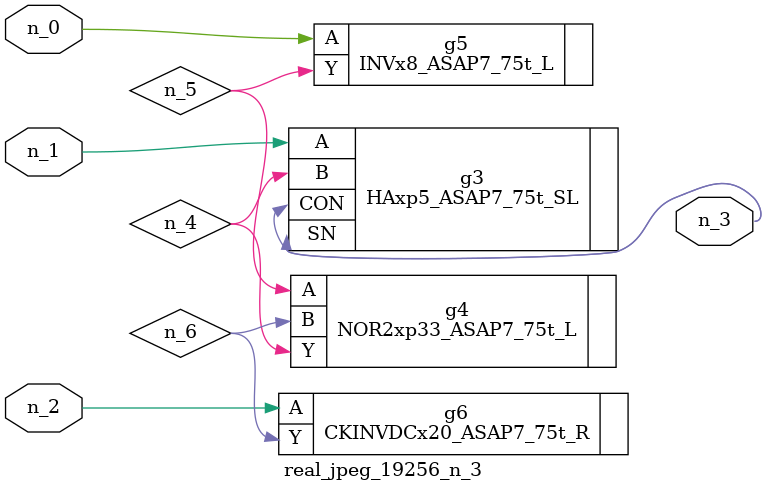
<source format=v>
module real_jpeg_19256_n_3 (n_1, n_0, n_2, n_3);

input n_1;
input n_0;
input n_2;

output n_3;

wire n_5;
wire n_4;
wire n_6;

INVx8_ASAP7_75t_L g5 ( 
.A(n_0),
.Y(n_5)
);

HAxp5_ASAP7_75t_SL g3 ( 
.A(n_1),
.B(n_4),
.CON(n_3),
.SN(n_3)
);

CKINVDCx20_ASAP7_75t_R g6 ( 
.A(n_2),
.Y(n_6)
);

NOR2xp33_ASAP7_75t_L g4 ( 
.A(n_5),
.B(n_6),
.Y(n_4)
);


endmodule
</source>
